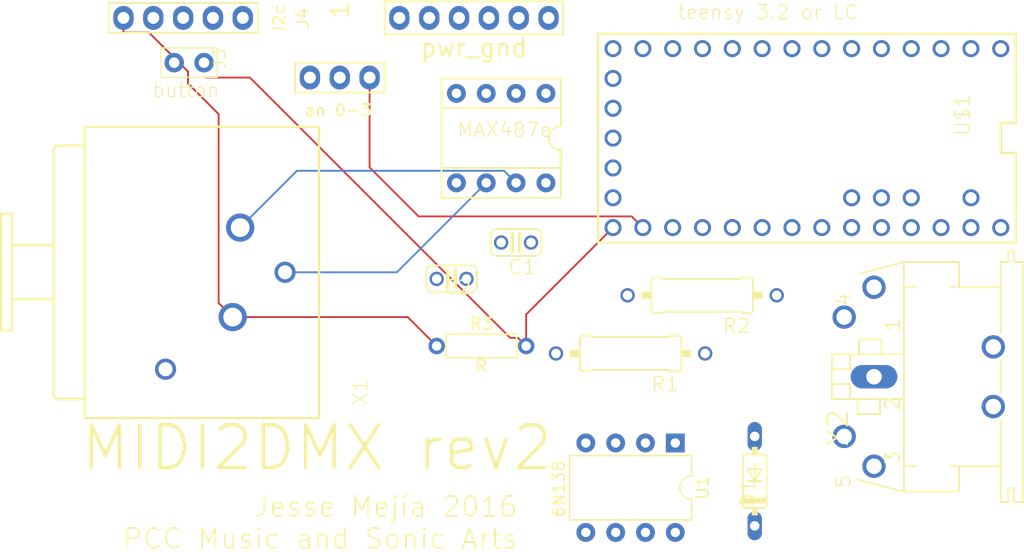
<source format=kicad_pcb>
(kicad_pcb (version 20171130) (host pcbnew "(5.1.5)-3")

  (general
    (thickness 1.6)
    (drawings 4)
    (tracks 27)
    (zones 0)
    (modules 15)
    (nets 50)
  )

  (page A4)
  (layers
    (0 Top signal)
    (31 Bottom signal)
    (36 B.SilkS user)
    (37 F.SilkS user)
    (38 B.Mask user)
    (39 F.Mask user)
    (40 Dwgs.User user)
    (44 Edge.Cuts user)
    (45 Margin user)
    (46 B.CrtYd user)
    (47 F.CrtYd user)
  )

  (setup
    (last_trace_width 0.1524)
    (trace_clearance 0.1524)
    (zone_clearance 0.508)
    (zone_45_only no)
    (trace_min 0.1524)
    (via_size 0.6858)
    (via_drill 0.3302)
    (via_min_size 0.508)
    (via_min_drill 0.254)
    (uvia_size 0.6858)
    (uvia_drill 0.254)
    (uvias_allowed no)
    (uvia_min_size 0.508)
    (uvia_min_drill 0.254)
    (edge_width 0.15)
    (segment_width 0.2)
    (pcb_text_width 0.3)
    (pcb_text_size 1.5 1.5)
    (mod_edge_width 0.15)
    (mod_text_size 1 1)
    (mod_text_width 0.15)
    (pad_size 1.524 1.524)
    (pad_drill 0.762)
    (pad_to_mask_clearance 0.0508)
    (solder_mask_min_width 0.101)
    (aux_axis_origin 0 0)
    (visible_elements 7FFFFFFF)
    (pcbplotparams
      (layerselection 0x010fc_ffffffff)
      (usegerberextensions false)
      (usegerberattributes false)
      (usegerberadvancedattributes false)
      (creategerberjobfile false)
      (excludeedgelayer true)
      (linewidth 0.100000)
      (plotframeref false)
      (viasonmask false)
      (mode 1)
      (useauxorigin false)
      (hpglpennumber 1)
      (hpglpenspeed 20)
      (hpglpendiameter 15.000000)
      (psnegative false)
      (psa4output false)
      (plotreference true)
      (plotvalue true)
      (plotinvisibletext false)
      (padsonsilk false)
      (subtractmaskfromsilk false)
      (outputformat 1)
      (mirror false)
      (drillshape 1)
      (scaleselection 1)
      (outputdirectory ""))
  )

  (net 0 "")
  (net 1 GND)
  (net 2 PE)
  (net 3 /N$6)
  (net 4 "Net-(U$1-PadA11)")
  (net 5 "Net-(U$1-PadA10)")
  (net 6 "Net-(U$1-PadAREF)")
  (net 7 "Net-(U$1-PadVUSB)")
  (net 8 "Net-(U$1-PadAGND)")
  (net 9 "Net-(U$1-Pad23/A9)")
  (net 10 "Net-(U$1-Pad22/A8)")
  (net 11 "Net-(U$1-Pad21/A7)")
  (net 12 "Net-(U$1-Pad20/A6)")
  (net 13 "Net-(U$1-Pad17/A3)")
  (net 14 "Net-(U$1-PadRESET/DAC)")
  (net 15 "Net-(U$1-PadPGM)")
  (net 16 "Net-(U$1-PadVBAT)")
  (net 17 "Net-(U$1-Pad11)")
  (net 18 "Net-(U$1-Pad10)")
  (net 19 "Net-(U$1-Pad8)")
  (net 20 "Net-(U$1-Pad7)")
  (net 21 "Net-(U$1-Pad6)")
  (net 22 "Net-(U$1-Pad5)")
  (net 23 "Net-(U$1-Pad4)")
  (net 24 "Net-(U$1-Pad3)")
  (net 25 "Net-(U$1-Pad2)")
  (net 26 "Net-(U$1-Pad0)")
  (net 27 "Net-(U$2-Pad1)")
  (net 28 "Net-(X1-PadG)")
  (net 29 "Net-(X2-Pad3)")
  (net 30 "Net-(X2-Pad1)")
  (net 31 "Net-(X2-Pad2)")
  (net 32 +5V)
  (net 33 "Net-(D1-PadA)")
  (net 34 "Net-(D1-PadC)")
  (net 35 +3V3)
  (net 36 "Net-(J2-Pad1)")
  (net 37 "Net-(J2-Pad2)")
  (net 38 "Net-(J2-Pad3)")
  (net 39 "Net-(J3-Pad1)")
  (net 40 sda)
  (net 41 scl)
  (net 42 rst)
  (net 43 "Net-(R2-Pad1)")
  (net 44 "Net-(U1-Pad4)")
  (net 45 "Net-(U1-Pad7)")
  (net 46 "Net-(U1-Pad1)")
  (net 47 "Net-(U$1-Pad1)")
  (net 48 "Net-(U$2-Pad7)")
  (net 49 "Net-(U$2-Pad6)")

  (net_class Default "This is the default net class."
    (clearance 0.1524)
    (trace_width 0.1524)
    (via_dia 0.6858)
    (via_drill 0.3302)
    (uvia_dia 0.6858)
    (uvia_drill 0.254)
    (add_net +3V3)
    (add_net +5V)
    (add_net /N$6)
    (add_net GND)
    (add_net "Net-(D1-PadA)")
    (add_net "Net-(D1-PadC)")
    (add_net "Net-(J2-Pad1)")
    (add_net "Net-(J2-Pad2)")
    (add_net "Net-(J2-Pad3)")
    (add_net "Net-(J3-Pad1)")
    (add_net "Net-(R2-Pad1)")
    (add_net "Net-(U$1-Pad0)")
    (add_net "Net-(U$1-Pad1)")
    (add_net "Net-(U$1-Pad10)")
    (add_net "Net-(U$1-Pad11)")
    (add_net "Net-(U$1-Pad17/A3)")
    (add_net "Net-(U$1-Pad2)")
    (add_net "Net-(U$1-Pad20/A6)")
    (add_net "Net-(U$1-Pad21/A7)")
    (add_net "Net-(U$1-Pad22/A8)")
    (add_net "Net-(U$1-Pad23/A9)")
    (add_net "Net-(U$1-Pad3)")
    (add_net "Net-(U$1-Pad4)")
    (add_net "Net-(U$1-Pad5)")
    (add_net "Net-(U$1-Pad6)")
    (add_net "Net-(U$1-Pad7)")
    (add_net "Net-(U$1-Pad8)")
    (add_net "Net-(U$1-PadA10)")
    (add_net "Net-(U$1-PadA11)")
    (add_net "Net-(U$1-PadAGND)")
    (add_net "Net-(U$1-PadAREF)")
    (add_net "Net-(U$1-PadPGM)")
    (add_net "Net-(U$1-PadRESET/DAC)")
    (add_net "Net-(U$1-PadVBAT)")
    (add_net "Net-(U$1-PadVUSB)")
    (add_net "Net-(U$2-Pad1)")
    (add_net "Net-(U$2-Pad6)")
    (add_net "Net-(U$2-Pad7)")
    (add_net "Net-(U1-Pad1)")
    (add_net "Net-(U1-Pad4)")
    (add_net "Net-(U1-Pad7)")
    (add_net "Net-(X1-PadG)")
    (add_net "Net-(X2-Pad1)")
    (add_net "Net-(X2-Pad2)")
    (add_net "Net-(X2-Pad3)")
    (add_net PE)
    (add_net rst)
    (add_net scl)
    (add_net sda)
  )

  (module C025-024X044 (layer Top) (tedit 0) (tstamp 5C87F014)
    (at 152.8114 99.1361 180)
    (descr "<b>CAPACITOR</b><p>\ngrid 2.5 mm, outline 2.4 x 4.4 mm")
    (path /5C87EE62)
    (fp_text reference C1 (at -1.778 -1.397) (layer F.SilkS)
      (effects (font (size 1.2065 1.2065) (thickness 0.12065)) (justify right top))
    )
    (fp_text value 0.1 (at -1.778 2.667) (layer F.Fab)
      (effects (font (size 1.2065 1.2065) (thickness 0.12065)) (justify right top))
    )
    (fp_line (start -1.27 0) (end -0.3048 0) (layer F.Fab) (width 0.1524))
    (fp_line (start 1.27 0) (end 0.3302 0) (layer F.Fab) (width 0.1524))
    (fp_line (start 0.3302 -0.762) (end 0.3302 0.762) (layer F.SilkS) (width 0.3048))
    (fp_line (start -0.3048 -0.762) (end -0.3048 0.762) (layer F.SilkS) (width 0.3048))
    (fp_arc (start 1.651 0.635) (end 1.651 1.143) (angle -90) (layer F.SilkS) (width 0.1524))
    (fp_arc (start 1.651 -0.635) (end 1.651 -1.143) (angle 90) (layer F.SilkS) (width 0.1524))
    (fp_line (start 1.651 1.143) (end -1.651 1.143) (layer F.SilkS) (width 0.1524))
    (fp_line (start 2.159 0.635) (end 2.159 -0.635) (layer F.SilkS) (width 0.1524))
    (fp_line (start 1.651 -1.143) (end -1.651 -1.143) (layer F.SilkS) (width 0.1524))
    (fp_arc (start -1.651 0.635) (end -2.159 0.635) (angle -90) (layer F.SilkS) (width 0.1524))
    (fp_arc (start -1.651 -0.635) (end -2.159 -0.635) (angle 90) (layer F.SilkS) (width 0.1524))
    (fp_line (start -2.159 0.635) (end -2.159 -0.635) (layer F.SilkS) (width 0.1524))
    (pad 2 thru_hole circle (at 1.27 0 180) (size 1.2192 1.2192) (drill 0.8128) (layers *.Cu *.Mask)
      (net 1 GND) (solder_mask_margin 0.0635))
    (pad 1 thru_hole circle (at -1.27 0 180) (size 1.2192 1.2192) (drill 0.8128) (layers *.Cu *.Mask)
      (net 32 +5V) (solder_mask_margin 0.0635))
  )

  (module C025-024X044 (layer Top) (tedit 0) (tstamp 5C87F025)
    (at 147.32 102.235 180)
    (descr "<b>CAPACITOR</b><p>\ngrid 2.5 mm, outline 2.4 x 4.4 mm")
    (path /5C87EF2A)
    (fp_text reference C2 (at -1.778 -1.397) (layer F.SilkS)
      (effects (font (size 1.2065 1.2065) (thickness 0.12065)) (justify right bottom))
    )
    (fp_text value 0.1 (at -1.778 2.667) (layer F.Fab)
      (effects (font (size 1.2065 1.2065) (thickness 0.12065)) (justify right bottom))
    )
    (fp_line (start -1.27 0) (end -0.3048 0) (layer F.Fab) (width 0.1524))
    (fp_line (start 1.27 0) (end 0.3302 0) (layer F.Fab) (width 0.1524))
    (fp_line (start 0.3302 -0.762) (end 0.3302 0.762) (layer F.SilkS) (width 0.3048))
    (fp_line (start -0.3048 -0.762) (end -0.3048 0.762) (layer F.SilkS) (width 0.3048))
    (fp_arc (start 1.651 0.635) (end 1.651 1.143) (angle -90) (layer F.SilkS) (width 0.1524))
    (fp_arc (start 1.651 -0.635) (end 1.651 -1.143) (angle 90) (layer F.SilkS) (width 0.1524))
    (fp_line (start 1.651 1.143) (end -1.651 1.143) (layer F.SilkS) (width 0.1524))
    (fp_line (start 2.159 0.635) (end 2.159 -0.635) (layer F.SilkS) (width 0.1524))
    (fp_line (start 1.651 -1.143) (end -1.651 -1.143) (layer F.SilkS) (width 0.1524))
    (fp_arc (start -1.651 0.635) (end -2.159 0.635) (angle -90) (layer F.SilkS) (width 0.1524))
    (fp_arc (start -1.651 -0.635) (end -2.159 -0.635) (angle 90) (layer F.SilkS) (width 0.1524))
    (fp_line (start -2.159 0.635) (end -2.159 -0.635) (layer F.SilkS) (width 0.1524))
    (pad 2 thru_hole circle (at 1.27 0 180) (size 1.2192 1.2192) (drill 0.8128) (layers *.Cu *.Mask)
      (net 1 GND) (solder_mask_margin 0.0635))
    (pad 1 thru_hole circle (at -1.27 0 180) (size 1.2192 1.2192) (drill 0.8128) (layers *.Cu *.Mask)
      (net 32 +5V) (solder_mask_margin 0.0635))
  )

  (module DO35-7 (layer Top) (tedit 0) (tstamp 5C87F036)
    (at 173.1314 119.4561 90)
    (descr "<B>DIODE</B><p>\ndiameter 2 mm, horizontal, grid 7.62 mm")
    (path /5C87EFF2)
    (fp_text reference D1 (at -2.286 -1.27 90) (layer F.SilkS)
      (effects (font (size 1.2065 1.2065) (thickness 0.12065)) (justify left top))
    )
    (fp_text value 1N4148DO35-7 (at -2.286 2.667 270) (layer F.Fab) hide
      (effects (font (size 1.2065 1.2065) (thickness 0.127)) (justify left top))
    )
    (fp_poly (pts (xy -2.921 0.254) (xy -2.286 0.254) (xy -2.286 -0.254) (xy -2.921 -0.254)) (layer F.SilkS) (width 0))
    (fp_poly (pts (xy 2.286 0.254) (xy 2.921 0.254) (xy 2.921 -0.254) (xy 2.286 -0.254)) (layer F.SilkS) (width 0))
    (fp_poly (pts (xy -1.905 1.016) (xy -1.397 1.016) (xy -1.397 -1.016) (xy -1.905 -1.016)) (layer F.SilkS) (width 0))
    (fp_line (start -2.032 -1.016) (end 2.032 -1.016) (layer F.SilkS) (width 0.1524))
    (fp_line (start -2.286 -0.762) (end -2.286 0.762) (layer F.SilkS) (width 0.1524))
    (fp_line (start -2.032 1.016) (end 2.032 1.016) (layer F.SilkS) (width 0.1524))
    (fp_arc (start -2.032 0.762) (end -2.286 0.762) (angle -90) (layer F.SilkS) (width 0.1524))
    (fp_arc (start -2.032 -0.762) (end -2.286 -0.762) (angle 90) (layer F.SilkS) (width 0.1524))
    (fp_arc (start 2.032 0.762) (end 2.032 1.016) (angle -90) (layer F.SilkS) (width 0.1524))
    (fp_line (start 2.286 -0.762) (end 2.286 0.762) (layer F.SilkS) (width 0.1524))
    (fp_arc (start 2.032 -0.762) (end 2.032 -1.016) (angle 90) (layer F.SilkS) (width 0.1524))
    (fp_line (start 0 0) (end 0 0.635) (layer F.SilkS) (width 0.1524))
    (fp_line (start 0 -0.635) (end 0 0) (layer F.SilkS) (width 0.1524))
    (fp_line (start 0 0) (end 1.016 -0.635) (layer F.SilkS) (width 0.1524))
    (fp_line (start 0 0) (end 1.524 0) (layer F.SilkS) (width 0.1524))
    (fp_line (start 1.016 0.635) (end 0 0) (layer F.SilkS) (width 0.1524))
    (fp_line (start 1.016 -0.635) (end 1.016 0.635) (layer F.SilkS) (width 0.1524))
    (fp_line (start -0.635 0) (end 0 0) (layer F.SilkS) (width 0.1524))
    (fp_line (start -3.81 0) (end -2.921 0) (layer F.Fab) (width 0.508))
    (fp_line (start 3.81 0) (end 2.921 0) (layer F.Fab) (width 0.508))
    (pad A thru_hole oval (at 3.81 0 90) (size 2.4384 1.2192) (drill 0.8128) (layers *.Cu *.Mask)
      (net 33 "Net-(D1-PadA)") (solder_mask_margin 0.0635))
    (pad C thru_hole oval (at -3.81 0 90) (size 2.4384 1.2192) (drill 0.8128) (layers *.Cu *.Mask)
      (net 34 "Net-(D1-PadC)") (solder_mask_margin 0.0635))
  )

  (module 0309_12 (layer Top) (tedit 0) (tstamp 5C87F05E)
    (at 162.56 108.585 180)
    (descr "<b>RESISTOR</b><p>\ntype 0309, grid 12.5 mm")
    (path /5C87F5CE)
    (fp_text reference R1 (at -4.191 -1.905) (layer F.SilkS)
      (effects (font (size 1.2065 1.2065) (thickness 0.12065)) (justify right top))
    )
    (fp_text value 220 (at -1.4936 0.6858) (layer F.Fab)
      (effects (font (size 1.2065 1.2065) (thickness 0.12065)) (justify right top))
    )
    (fp_poly (pts (xy -5.1816 0.3048) (xy -4.318 0.3048) (xy -4.318 -0.3048) (xy -5.1816 -0.3048)) (layer F.SilkS) (width 0))
    (fp_poly (pts (xy 4.318 0.3048) (xy 5.1816 0.3048) (xy 5.1816 -0.3048) (xy 4.318 -0.3048)) (layer F.SilkS) (width 0))
    (fp_line (start 4.318 1.27) (end 4.318 -1.27) (layer F.SilkS) (width 0.1524))
    (fp_line (start 4.064 1.524) (end 3.429 1.524) (layer F.SilkS) (width 0.1524))
    (fp_line (start 4.064 -1.524) (end 3.429 -1.524) (layer F.SilkS) (width 0.1524))
    (fp_line (start 3.302 1.397) (end -3.302 1.397) (layer F.SilkS) (width 0.1524))
    (fp_line (start 3.302 1.397) (end 3.429 1.524) (layer F.SilkS) (width 0.1524))
    (fp_line (start 3.302 -1.397) (end -3.302 -1.397) (layer F.SilkS) (width 0.1524))
    (fp_line (start 3.302 -1.397) (end 3.429 -1.524) (layer F.SilkS) (width 0.1524))
    (fp_line (start -3.302 1.397) (end -3.429 1.524) (layer F.SilkS) (width 0.1524))
    (fp_line (start -4.064 1.524) (end -3.429 1.524) (layer F.SilkS) (width 0.1524))
    (fp_line (start -3.302 -1.397) (end -3.429 -1.524) (layer F.SilkS) (width 0.1524))
    (fp_line (start -4.064 -1.524) (end -3.429 -1.524) (layer F.SilkS) (width 0.1524))
    (fp_line (start -4.318 1.27) (end -4.318 -1.27) (layer F.SilkS) (width 0.1524))
    (fp_arc (start 4.064 -1.27) (end 4.064 -1.524) (angle 90) (layer F.SilkS) (width 0.1524))
    (fp_arc (start 4.064 1.27) (end 4.064 1.524) (angle -90) (layer F.SilkS) (width 0.1524))
    (fp_arc (start -4.064 1.27) (end -4.318 1.27) (angle -90) (layer F.SilkS) (width 0.1524))
    (fp_arc (start -4.064 -1.27) (end -4.318 -1.27) (angle 90) (layer F.SilkS) (width 0.1524))
    (fp_line (start -6.35 0) (end -5.08 0) (layer F.Fab) (width 0.6096))
    (fp_line (start 6.35 0) (end 5.08 0) (layer F.Fab) (width 0.6096))
    (pad 2 thru_hole circle (at 6.35 0 180) (size 1.2192 1.2192) (drill 0.8128) (layers *.Cu *.Mask)
      (net 34 "Net-(D1-PadC)") (solder_mask_margin 0.0635))
    (pad 1 thru_hole circle (at -6.35 0 180) (size 1.2192 1.2192) (drill 0.8128) (layers *.Cu *.Mask)
      (net 3 /N$6) (solder_mask_margin 0.0635))
  )

  (module 0309_12 (layer Top) (tedit 0) (tstamp 5C87F077)
    (at 168.656 103.632 180)
    (descr "<b>RESISTOR</b><p>\ntype 0309, grid 12.5 mm")
    (path /5C87F696)
    (fp_text reference R2 (at -4.191 -1.905) (layer F.SilkS)
      (effects (font (size 1.2065 1.2065) (thickness 0.12065)) (justify right top))
    )
    (fp_text value 270 (at -3.175 0.6858) (layer F.Fab)
      (effects (font (size 1.2065 1.2065) (thickness 0.12065)) (justify right top))
    )
    (fp_poly (pts (xy -5.1816 0.3048) (xy -4.318 0.3048) (xy -4.318 -0.3048) (xy -5.1816 -0.3048)) (layer F.SilkS) (width 0))
    (fp_poly (pts (xy 4.318 0.3048) (xy 5.1816 0.3048) (xy 5.1816 -0.3048) (xy 4.318 -0.3048)) (layer F.SilkS) (width 0))
    (fp_line (start 4.318 1.27) (end 4.318 -1.27) (layer F.SilkS) (width 0.1524))
    (fp_line (start 4.064 1.524) (end 3.429 1.524) (layer F.SilkS) (width 0.1524))
    (fp_line (start 4.064 -1.524) (end 3.429 -1.524) (layer F.SilkS) (width 0.1524))
    (fp_line (start 3.302 1.397) (end -3.302 1.397) (layer F.SilkS) (width 0.1524))
    (fp_line (start 3.302 1.397) (end 3.429 1.524) (layer F.SilkS) (width 0.1524))
    (fp_line (start 3.302 -1.397) (end -3.302 -1.397) (layer F.SilkS) (width 0.1524))
    (fp_line (start 3.302 -1.397) (end 3.429 -1.524) (layer F.SilkS) (width 0.1524))
    (fp_line (start -3.302 1.397) (end -3.429 1.524) (layer F.SilkS) (width 0.1524))
    (fp_line (start -4.064 1.524) (end -3.429 1.524) (layer F.SilkS) (width 0.1524))
    (fp_line (start -3.302 -1.397) (end -3.429 -1.524) (layer F.SilkS) (width 0.1524))
    (fp_line (start -4.064 -1.524) (end -3.429 -1.524) (layer F.SilkS) (width 0.1524))
    (fp_line (start -4.318 1.27) (end -4.318 -1.27) (layer F.SilkS) (width 0.1524))
    (fp_arc (start 4.064 -1.27) (end 4.064 -1.524) (angle 90) (layer F.SilkS) (width 0.1524))
    (fp_arc (start 4.064 1.27) (end 4.064 1.524) (angle -90) (layer F.SilkS) (width 0.1524))
    (fp_arc (start -4.064 1.27) (end -4.318 1.27) (angle -90) (layer F.SilkS) (width 0.1524))
    (fp_arc (start -4.064 -1.27) (end -4.318 -1.27) (angle 90) (layer F.SilkS) (width 0.1524))
    (fp_line (start -6.35 0) (end -5.08 0) (layer F.Fab) (width 0.6096))
    (fp_line (start 6.35 0) (end 5.08 0) (layer F.Fab) (width 0.6096))
    (pad 2 thru_hole circle (at 6.35 0 180) (size 1.2192 1.2192) (drill 0.8128) (layers *.Cu *.Mask)
      (net 35 +3V3) (solder_mask_margin 0.0635))
    (pad 1 thru_hole circle (at -6.35 0 180) (size 1.2192 1.2192) (drill 0.8128) (layers *.Cu *.Mask)
      (net 43 "Net-(R2-Pad1)") (solder_mask_margin 0.0635))
  )

  (module TEENSY_3.0-3.2&LC_ALL_PINS (layer Top) (tedit 0) (tstamp 5C87F090)
    (at 177.5764 90.2461 270)
    (path /5C87F75E)
    (fp_text reference U$1 (at -3.81 -13.97 90) (layer F.SilkS)
      (effects (font (size 1.2065 1.2065) (thickness 0.09652)) (justify right bottom))
    )
    (fp_text value TEENSY_3.1-3.2_ALL_PINS (at 11.3539 19.4614) (layer F.Fab) hide
      (effects (font (size 1.2065 1.2065) (thickness 0.1016)) (justify left bottom))
    )
    (fp_line (start -1.27 -17.78) (end -1.27 -16.51) (layer F.SilkS) (width 0.2032))
    (fp_line (start -8.89 -17.78) (end -1.27 -17.78) (layer F.SilkS) (width 0.2032))
    (fp_line (start -8.89 17.78) (end -8.89 -17.78) (layer F.SilkS) (width 0.2032))
    (fp_line (start 8.89 17.78) (end -8.89 17.78) (layer F.SilkS) (width 0.2032))
    (fp_line (start 8.89 -17.78) (end 8.89 17.78) (layer F.SilkS) (width 0.2032))
    (fp_line (start 1.27 -17.78) (end 8.89 -17.78) (layer F.SilkS) (width 0.2032))
    (fp_line (start 1.27 -16.51) (end 1.27 -17.78) (layer F.SilkS) (width 0.2032))
    (fp_line (start -1.27 -16.51) (end 1.27 -16.51) (layer F.SilkS) (width 0.2032))
    (fp_line (start -8.89 17.78) (end -8.89 -17.78) (layer F.Fab) (width 0.127))
    (fp_line (start 8.89 17.78) (end -8.89 17.78) (layer F.Fab) (width 0.127))
    (fp_line (start 8.89 -17.78) (end 8.89 17.78) (layer F.Fab) (width 0.127))
    (fp_line (start -8.89 -17.78) (end 8.89 -17.78) (layer F.Fab) (width 0.127))
    (pad A11 thru_hole circle (at 5.08 -3.81 270) (size 1.4478 1.4478) (drill 0.9652) (layers *.Cu *.Mask)
      (net 4 "Net-(U$1-PadA11)") (solder_mask_margin 0.0635))
    (pad A10 thru_hole circle (at 5.08 -6.35 270) (size 1.4478 1.4478) (drill 0.9652) (layers *.Cu *.Mask)
      (net 5 "Net-(U$1-PadA10)") (solder_mask_margin 0.0635))
    (pad AREF thru_hole circle (at 5.08 -8.89 270) (size 1.4478 1.4478) (drill 0.9652) (layers *.Cu *.Mask)
      (net 6 "Net-(U$1-PadAREF)") (solder_mask_margin 0.0635))
    (pad VUSB thru_hole circle (at 5.08 -13.97 270) (size 1.4478 1.4478) (drill 0.9652) (layers *.Cu *.Mask)
      (net 7 "Net-(U$1-PadVUSB)") (solder_mask_margin 0.0635))
    (pad VIN thru_hole circle (at 7.62 -16.51 270) (size 1.4478 1.4478) (drill 0.9652) (layers *.Cu *.Mask)
      (net 32 +5V) (solder_mask_margin 0.0635))
    (pad AGND thru_hole circle (at 7.62 -13.97 270) (size 1.4478 1.4478) (drill 0.9652) (layers *.Cu *.Mask)
      (net 8 "Net-(U$1-PadAGND)") (solder_mask_margin 0.0635))
    (pad 3.3V thru_hole circle (at 7.62 -11.43 270) (size 1.4478 1.4478) (drill 0.9652) (layers *.Cu *.Mask)
      (net 35 +3V3) (solder_mask_margin 0.0635))
    (pad 23/A9 thru_hole circle (at 7.62 -8.89 270) (size 1.4478 1.4478) (drill 0.9652) (layers *.Cu *.Mask)
      (net 9 "Net-(U$1-Pad23/A9)") (solder_mask_margin 0.0635))
    (pad 22/A8 thru_hole circle (at 7.62 -6.35 270) (size 1.4478 1.4478) (drill 0.9652) (layers *.Cu *.Mask)
      (net 10 "Net-(U$1-Pad22/A8)") (solder_mask_margin 0.0635))
    (pad 21/A7 thru_hole circle (at 7.62 -3.81 270) (size 1.4478 1.4478) (drill 0.9652) (layers *.Cu *.Mask)
      (net 11 "Net-(U$1-Pad21/A7)") (solder_mask_margin 0.0635))
    (pad 20/A6 thru_hole circle (at 7.62 -1.27 270) (size 1.4478 1.4478) (drill 0.9652) (layers *.Cu *.Mask)
      (net 12 "Net-(U$1-Pad20/A6)") (solder_mask_margin 0.0635))
    (pad 19/A5 thru_hole circle (at 7.62 1.27 270) (size 1.4478 1.4478) (drill 0.9652) (layers *.Cu *.Mask)
      (net 41 scl) (solder_mask_margin 0.0635))
    (pad 18/A4 thru_hole circle (at 7.62 3.81 270) (size 1.4478 1.4478) (drill 0.9652) (layers *.Cu *.Mask)
      (net 40 sda) (solder_mask_margin 0.0635))
    (pad 17/A3 thru_hole circle (at 7.62 6.35 270) (size 1.4478 1.4478) (drill 0.9652) (layers *.Cu *.Mask)
      (net 13 "Net-(U$1-Pad17/A3)") (solder_mask_margin 0.0635))
    (pad 16/A2 thru_hole circle (at 7.62 8.89 270) (size 1.4478 1.4478) (drill 0.9652) (layers *.Cu *.Mask)
      (net 38 "Net-(J2-Pad3)") (solder_mask_margin 0.0635))
    (pad 15/A1 thru_hole circle (at 7.62 11.43 270) (size 1.4478 1.4478) (drill 0.9652) (layers *.Cu *.Mask)
      (net 37 "Net-(J2-Pad2)") (solder_mask_margin 0.0635))
    (pad 14/A0 thru_hole circle (at 7.62 13.97 270) (size 1.4478 1.4478) (drill 0.9652) (layers *.Cu *.Mask)
      (net 36 "Net-(J2-Pad1)") (solder_mask_margin 0.0635))
    (pad 13 thru_hole circle (at 7.62 16.51 270) (size 1.4478 1.4478) (drill 0.9652) (layers *.Cu *.Mask)
      (net 39 "Net-(J3-Pad1)") (solder_mask_margin 0.0635))
    (pad RESET/DAC thru_hole circle (at 5.08 16.51 270) (size 1.4478 1.4478) (drill 0.9652) (layers *.Cu *.Mask)
      (net 14 "Net-(U$1-PadRESET/DAC)") (solder_mask_margin 0.0635))
    (pad PGM thru_hole circle (at 2.54 16.51 270) (size 1.4478 1.4478) (drill 0.9652) (layers *.Cu *.Mask)
      (net 15 "Net-(U$1-PadPGM)") (solder_mask_margin 0.0635))
    (pad GND1 thru_hole circle (at 0 16.51 270) (size 1.4478 1.4478) (drill 0.9652) (layers *.Cu *.Mask)
      (net 1 GND) (solder_mask_margin 0.0635))
    (pad 3.3V1 thru_hole circle (at -2.54 16.51 270) (size 1.4478 1.4478) (drill 0.9652) (layers *.Cu *.Mask)
      (net 35 +3V3) (solder_mask_margin 0.0635))
    (pad VBAT thru_hole circle (at -5.08 16.51 270) (size 1.4478 1.4478) (drill 0.9652) (layers *.Cu *.Mask)
      (net 16 "Net-(U$1-PadVBAT)") (solder_mask_margin 0.0635))
    (pad 12 thru_hole circle (at -7.62 16.51 270) (size 1.4478 1.4478) (drill 0.9652) (layers *.Cu *.Mask)
      (net 42 rst) (solder_mask_margin 0.0635))
    (pad 11 thru_hole circle (at -7.62 13.97 270) (size 1.4478 1.4478) (drill 0.9652) (layers *.Cu *.Mask)
      (net 17 "Net-(U$1-Pad11)") (solder_mask_margin 0.0635))
    (pad 10 thru_hole circle (at -7.62 11.43 270) (size 1.4478 1.4478) (drill 0.9652) (layers *.Cu *.Mask)
      (net 18 "Net-(U$1-Pad10)") (solder_mask_margin 0.0635))
    (pad 9 thru_hole circle (at -7.62 8.89 270) (size 1.4478 1.4478) (drill 0.9652) (layers *.Cu *.Mask)
      (net 43 "Net-(R2-Pad1)") (solder_mask_margin 0.0635))
    (pad 8 thru_hole circle (at -7.62 6.35 270) (size 1.4478 1.4478) (drill 0.9652) (layers *.Cu *.Mask)
      (net 19 "Net-(U$1-Pad8)") (solder_mask_margin 0.0635))
    (pad 7 thru_hole circle (at -7.62 3.81 270) (size 1.4478 1.4478) (drill 0.9652) (layers *.Cu *.Mask)
      (net 20 "Net-(U$1-Pad7)") (solder_mask_margin 0.0635))
    (pad 6 thru_hole circle (at -7.62 1.27 270) (size 1.4478 1.4478) (drill 0.9652) (layers *.Cu *.Mask)
      (net 21 "Net-(U$1-Pad6)") (solder_mask_margin 0.0635))
    (pad 5 thru_hole circle (at -7.62 -1.27 270) (size 1.4478 1.4478) (drill 0.9652) (layers *.Cu *.Mask)
      (net 22 "Net-(U$1-Pad5)") (solder_mask_margin 0.0635))
    (pad 4 thru_hole circle (at -7.62 -3.81 270) (size 1.4478 1.4478) (drill 0.9652) (layers *.Cu *.Mask)
      (net 23 "Net-(U$1-Pad4)") (solder_mask_margin 0.0635))
    (pad 3 thru_hole circle (at -7.62 -6.35 270) (size 1.4478 1.4478) (drill 0.9652) (layers *.Cu *.Mask)
      (net 24 "Net-(U$1-Pad3)") (solder_mask_margin 0.0635))
    (pad 2 thru_hole circle (at -7.62 -8.89 270) (size 1.4478 1.4478) (drill 0.9652) (layers *.Cu *.Mask)
      (net 25 "Net-(U$1-Pad2)") (solder_mask_margin 0.0635))
    (pad 1 thru_hole circle (at -7.62 -11.43 270) (size 1.4478 1.4478) (drill 0.9652) (layers *.Cu *.Mask)
      (net 47 "Net-(U$1-Pad1)") (solder_mask_margin 0.0635))
    (pad 0 thru_hole circle (at -7.62 -13.97 270) (size 1.4478 1.4478) (drill 0.9652) (layers *.Cu *.Mask)
      (net 26 "Net-(U$1-Pad0)") (solder_mask_margin 0.0635))
    (pad GND thru_hole circle (at -7.62 -16.51 270) (size 1.4478 1.4478) (drill 0.9652) (layers *.Cu *.Mask)
      (net 1 GND) (solder_mask_margin 0.0635))
  )

  (module DIL08 (layer Top) (tedit 0) (tstamp 5C87F0C4)
    (at 151.5414 90.2461 180)
    (descr "<b>Dual In Line</b>")
    (path /5C87F826)
    (fp_text reference U$2 (at -5.715 3.81 90) (layer F.SilkS) hide
      (effects (font (size 1.2065 1.2065) (thickness 0.127)) (justify right bottom))
    )
    (fp_text value MAX485DIL (at 6.1264 -4.3689 90) (layer F.Fab) hide
      (effects (font (size 1.2065 1.2065) (thickness 0.127)) (justify left top))
    )
    (fp_line (start 5.08 2.54) (end 5.08 5.08) (layer F.SilkS) (width 0.1524))
    (fp_line (start -5.08 2.54) (end -5.08 1.016) (layer F.SilkS) (width 0.1524))
    (fp_line (start -5.08 2.54) (end 5.08 2.54) (layer F.SilkS) (width 0.1524))
    (fp_line (start 5.08 -2.54) (end 5.08 2.54) (layer F.SilkS) (width 0.1524))
    (fp_line (start -5.08 -2.54) (end -5.08 -1.016) (layer F.SilkS) (width 0.2032))
    (fp_line (start -5.08 -2.54) (end 5.08 -2.54) (layer F.SilkS) (width 0.1524))
    (fp_arc (start -5.08 0) (end -5.08 1.016) (angle -180) (layer F.SilkS) (width 0.1524))
    (fp_line (start -5.08 5.08) (end -5.08 2.54) (layer F.SilkS) (width 0.1524))
    (fp_line (start -5.08 -5.08) (end -5.08 -2.54) (layer F.SilkS) (width 0.1524))
    (fp_line (start 5.08 -5.08) (end 5.08 -2.54) (layer F.SilkS) (width 0.1524))
    (fp_line (start -5.08 5.08) (end 5.08 5.08) (layer F.SilkS) (width 0.1524))
    (fp_line (start 5.08 -5.08) (end -5.08 -5.08) (layer F.SilkS) (width 0.1524))
    (pad 8 thru_hole circle (at -3.81 -3.81 180) (size 1.6002 1.6002) (drill 0.8128) (layers *.Cu *.Mask)
      (net 32 +5V) (solder_mask_margin 0.0635))
    (pad 7 thru_hole circle (at -1.27 -3.81 180) (size 1.6002 1.6002) (drill 0.8128) (layers *.Cu *.Mask)
      (net 48 "Net-(U$2-Pad7)") (solder_mask_margin 0.0635))
    (pad 6 thru_hole circle (at 1.27 -3.81 180) (size 1.6002 1.6002) (drill 0.8128) (layers *.Cu *.Mask)
      (net 49 "Net-(U$2-Pad6)") (solder_mask_margin 0.0635))
    (pad 5 thru_hole circle (at 3.81 -3.81 180) (size 1.6002 1.6002) (drill 0.8128) (layers *.Cu *.Mask)
      (net 1 GND) (solder_mask_margin 0.0635))
    (pad 4 thru_hole circle (at 3.81 3.81 180) (size 1.6002 1.6002) (drill 0.8128) (layers *.Cu *.Mask)
      (net 47 "Net-(U$1-Pad1)") (solder_mask_margin 0.0635))
    (pad 3 thru_hole circle (at 1.27 3.81 180) (size 1.6002 1.6002) (drill 0.8128) (layers *.Cu *.Mask)
      (net 32 +5V) (solder_mask_margin 0.0635))
    (pad 2 thru_hole circle (at -1.27 3.81 180) (size 1.6002 1.6002) (drill 0.8128) (layers *.Cu *.Mask)
      (net 32 +5V) (solder_mask_margin 0.0635))
    (pad 1 thru_hole circle (at -3.81 3.81 180) (size 1.6002 1.6002) (drill 0.8128) (layers *.Cu *.Mask)
      (net 27 "Net-(U$2-Pad1)") (solder_mask_margin 0.0635))
  )

  (module NC3FBH2 (layer Top) (tedit 0) (tstamp 5C87F0DB)
    (at 129.3164 101.6761 90)
    (descr "<b>Neutrik Audio Connector</b><p>\nSource: www.neutrik.com/... 210_301911.pdf")
    (path /5C87FC0E)
    (fp_text reference X1 (at -11.43 9.52 90) (layer F.SilkS)
      (effects (font (size 1.2065 1.2065) (thickness 0.09652)) (justify left top))
    )
    (fp_text value NC3FBH2 (at -1.27 9.52 90) (layer F.Fab)
      (effects (font (size 1.2065 1.2065) (thickness 0.09652)) (justify left top))
    )
    (fp_line (start -2.3 -19.45) (end 2.25 -19.45) (layer F.SilkS) (width 0.2032))
    (fp_line (start 2.3 -19.45) (end 2.3 -16) (layer F.SilkS) (width 0.2032))
    (fp_line (start 5 -19.45) (end 2.3 -19.45) (layer F.SilkS) (width 0.2032))
    (fp_line (start 5 -20.35) (end 5 -19.45) (layer F.SilkS) (width 0.2032))
    (fp_line (start -4.95 -20.35) (end 5 -20.35) (layer F.SilkS) (width 0.2032))
    (fp_line (start -4.95 -19.45) (end -4.95 -20.35) (layer F.SilkS) (width 0.2032))
    (fp_line (start -2.3 -19.45) (end -4.95 -19.45) (layer F.SilkS) (width 0.2032))
    (fp_line (start -2.3 -16) (end -2.3 -19.45) (layer F.SilkS) (width 0.2032))
    (fp_line (start 10.8 -15.4885) (end 10.8 -13.3385) (layer F.SilkS) (width 0.2032))
    (fp_arc (start 10.4 -15.4885) (end 10.4 -15.8885) (angle 90) (layer F.SilkS) (width 0.2032))
    (fp_line (start -10.4 -15.8885) (end 10.4 -15.8885) (layer F.SilkS) (width 0.2032))
    (fp_arc (start -10.4 -15.4885) (end -10.8 -15.4885) (angle 90) (layer F.SilkS) (width 0.2032))
    (fp_line (start -10.8 -13.3385) (end -10.8 -15.4885) (layer F.SilkS) (width 0.2032))
    (fp_line (start 12.4 6.7115) (end -12.4 6.7115) (layer F.SilkS) (width 0.2032))
    (fp_line (start 12.4 -13.2385) (end 12.4 6.7115) (layer F.SilkS) (width 0.2032))
    (fp_line (start -12.4 -13.2385) (end 12.4 -13.2385) (layer F.SilkS) (width 0.2032))
    (fp_line (start -12.4 6.7115) (end -12.4 -13.2385) (layer F.SilkS) (width 0.2032))
    (pad "" np_thru_hole circle (at 3.81 -4.445 90) (size 1.6 1.6) (drill 1.6) (layers *.Cu *.Mask))
    (pad "" np_thru_hole circle (at -3.81 -9.525 90) (size 1.6 1.6) (drill 1.6) (layers *.Cu *.Mask))
    (pad G thru_hole circle (at -8.25 -6.355 90) (size 1.8 1.8) (drill 1.2) (layers *.Cu *.Mask)
      (net 28 "Net-(X1-PadG)") (solder_mask_margin 0.0635))
    (pad 3 thru_hole circle (at 0.0036 3.8216 90) (size 1.8 1.8) (drill 1.2) (layers *.Cu *.Mask)
      (net 49 "Net-(U$2-Pad6)") (solder_mask_margin 0.0635))
    (pad 2 thru_hole circle (at 3.81 0 90) (size 2.4 2.4) (drill 1.6) (layers *.Cu *.Mask)
      (net 48 "Net-(U$2-Pad7)") (solder_mask_margin 0.0635))
    (pad 1 thru_hole circle (at -3.81 -0.635 90) (size 2.4 2.4) (drill 1.6) (layers *.Cu *.Mask)
      (net 1 GND) (solder_mask_margin 0.0635))
  )

  (module MAB5SH (layer Top) (tedit 0) (tstamp 5C87F0F5)
    (at 188.3714 110.5661 90)
    (descr "Female <b>CONNECTOR</b><p>\n5 pins 90 deg. with shield, horizontal (DIN 41524)")
    (path /5C87FCD6)
    (fp_text reference X2 (at -6.096 -9.144 90) (layer F.SilkS)
      (effects (font (size 1.6891 1.6891) (thickness 0.16891)) (justify left top))
    )
    (fp_text value MAB5SH (at -5.08 0 90) (layer F.Fab)
      (effects (font (size 1.6891 1.6891) (thickness 0.16891)) (justify left top))
    )
    (fp_poly (pts (xy -8.001 -4.572) (xy -3.175 -4.572) (xy -3.175 -5.588) (xy -8.001 -5.588)) (layer F.Fab) (width 0))
    (fp_poly (pts (xy -5.461 -7.112) (xy -0.635 -7.112) (xy -0.635 -8.128) (xy -5.461 -8.128)) (layer F.Fab) (width 0))
    (fp_poly (pts (xy 0.635 -7.112) (xy 5.461 -7.112) (xy 5.461 -8.128) (xy 0.635 -8.128)) (layer F.Fab) (width 0))
    (fp_poly (pts (xy 3.175 -4.572) (xy 8.001 -4.572) (xy 8.001 -5.588) (xy 3.175 -5.588)) (layer F.Fab) (width 0))
    (fp_text user 1 (at 5.08 -2.794 270) (layer F.SilkS)
      (effects (font (size 1.2065 1.2065) (thickness 0.127)) (justify right bottom))
    )
    (fp_text user 3 (at -6.223 -2.794 270) (layer F.SilkS)
      (effects (font (size 1.2065 1.2065) (thickness 0.127)) (justify right bottom))
    )
    (fp_text user 5 (at -8.255 -6.985 270) (layer F.SilkS)
      (effects (font (size 1.2065 1.2065) (thickness 0.127)) (justify right bottom))
    )
    (fp_text user 4 (at 7.239 -6.985 270) (layer F.SilkS)
      (effects (font (size 1.2065 1.2065) (thickness 0.127)) (justify right bottom))
    )
    (fp_text user 2 (at -1.651 -2.794 270) (layer F.SilkS)
      (effects (font (size 1.2065 1.2065) (thickness 0.127)) (justify right bottom))
    )
    (fp_line (start 3.683 5.715) (end 7.62 5.715) (layer F.SilkS) (width 0.1524))
    (fp_line (start 3.683 5.715) (end 1.397 5.715) (layer F.Fab) (width 0.1524))
    (fp_line (start -1.397 5.715) (end 1.397 5.715) (layer F.SilkS) (width 0.1524))
    (fp_line (start -1.397 5.715) (end -3.683 5.715) (layer F.Fab) (width 0.1524))
    (fp_line (start -7.493 5.715) (end -3.683 5.715) (layer F.SilkS) (width 0.1524))
    (fp_line (start 0.635 -8.636) (end -0.635 -8.636) (layer F.SilkS) (width 0.1524))
    (fp_line (start 0.635 -8.636) (end 0.635 -7.112) (layer F.SilkS) (width 0.1524))
    (fp_line (start 1.905 -7.112) (end 1.905 -6.35) (layer F.SilkS) (width 0.1524))
    (fp_line (start 1.905 -7.112) (end 0.635 -7.112) (layer F.SilkS) (width 0.1524))
    (fp_line (start -0.635 -8.636) (end -1.905 -8.636) (layer F.SilkS) (width 0.1524))
    (fp_line (start -0.635 -8.636) (end -0.635 -7.112) (layer F.SilkS) (width 0.1524))
    (fp_line (start -1.905 -7.112) (end -1.905 -6.477) (layer F.SilkS) (width 0.1524))
    (fp_line (start -1.905 -7.112) (end -0.635 -7.112) (layer F.SilkS) (width 0.1524))
    (fp_line (start 3.175 -6.35) (end 1.905 -6.35) (layer F.SilkS) (width 0.1524))
    (fp_line (start 3.175 -6.35) (end 3.175 -4.445) (layer F.SilkS) (width 0.1524))
    (fp_line (start 1.905 -4.445) (end 1.905 -2.54) (layer F.SilkS) (width 0.1524))
    (fp_line (start 1.905 -4.445) (end 3.175 -4.445) (layer F.SilkS) (width 0.1524))
    (fp_line (start -1.905 -4.572) (end -1.905 -2.54) (layer F.SilkS) (width 0.1524))
    (fp_line (start -1.905 -4.572) (end -3.175 -4.572) (layer F.SilkS) (width 0.1524))
    (fp_line (start -3.175 -6.477) (end -6.35 -6.477) (layer F.Fab) (width 0.1524))
    (fp_line (start -3.175 -6.477) (end -3.175 -4.572) (layer F.SilkS) (width 0.1524))
    (fp_line (start -7.62 -1.397) (end -7.62 1.397) (layer F.Fab) (width 0.1524))
    (fp_line (start -7.62 -2.54) (end -7.62 -1.397) (layer F.SilkS) (width 0.1524))
    (fp_line (start -7.62 2.159) (end -7.62 1.397) (layer F.SilkS) (width 0.1524))
    (fp_line (start 7.62 -1.397) (end 7.62 1.397) (layer F.Fab) (width 0.1524))
    (fp_line (start 7.62 -2.54) (end 7.62 -1.397) (layer F.SilkS) (width 0.1524))
    (fp_line (start 7.62 2.159) (end 7.62 1.397) (layer F.SilkS) (width 0.1524))
    (fp_line (start -8.763 -6.477) (end -7.112 -6.477) (layer F.Fab) (width 0.1524))
    (fp_line (start -7.112 -6.477) (end -6.223 -8.636) (layer F.Fab) (width 0.1524))
    (fp_line (start -8.763 -6.477) (end -9.779 -2.54) (layer F.SilkS) (width 0.1524))
    (fp_line (start -9.779 2.159) (end -9.779 -2.54) (layer F.SilkS) (width 0.1524))
    (fp_line (start -9.779 2.159) (end -7.62 2.159) (layer F.SilkS) (width 0.1524))
    (fp_line (start -7.62 5.715) (end -7.62 2.159) (layer F.SilkS) (width 0.1524))
    (fp_line (start -7.62 5.715) (end -10.668 5.715) (layer F.SilkS) (width 0.1524))
    (fp_line (start -10.668 6.35) (end -10.668 5.715) (layer F.SilkS) (width 0.1524))
    (fp_line (start -10.668 6.35) (end -9.525 6.35) (layer F.SilkS) (width 0.1524))
    (fp_line (start -9.525 6.858) (end -9.525 6.35) (layer F.SilkS) (width 0.1524))
    (fp_line (start -9.525 6.858) (end -10.668 6.858) (layer F.SilkS) (width 0.1524))
    (fp_line (start -10.668 7.62) (end -10.668 6.858) (layer F.SilkS) (width 0.1524))
    (fp_line (start -7.62 -2.54) (end -9.779 -2.54) (layer F.SilkS) (width 0.1524))
    (fp_line (start -1.905 -2.54) (end -7.62 -2.54) (layer F.SilkS) (width 0.1524))
    (fp_line (start 1.905 -2.54) (end -1.905 -2.54) (layer F.SilkS) (width 0.1524))
    (fp_line (start 7.62 -2.54) (end 1.905 -2.54) (layer F.SilkS) (width 0.1524))
    (fp_line (start 9.779 -2.54) (end 7.62 -2.54) (layer F.SilkS) (width 0.1524))
    (fp_line (start 6.35 -6.35) (end 6.35 -2.54) (layer F.Fab) (width 0.1524))
    (fp_line (start -6.35 -6.477) (end -7.112 -6.477) (layer F.Fab) (width 0.1524))
    (fp_line (start -6.35 -6.477) (end -6.35 -2.54) (layer F.Fab) (width 0.1524))
    (fp_line (start -1.905 -6.477) (end -1.905 -4.572) (layer F.SilkS) (width 0.1524))
    (fp_line (start -1.905 -6.477) (end -3.175 -6.477) (layer F.SilkS) (width 0.1524))
    (fp_line (start -1.905 -8.636) (end -6.223 -8.636) (layer F.Fab) (width 0.1524))
    (fp_line (start -1.905 -8.636) (end -1.905 -7.112) (layer F.SilkS) (width 0.1524))
    (fp_line (start 1.905 -8.636) (end 1.905 -7.112) (layer F.SilkS) (width 0.1524))
    (fp_line (start 1.905 -8.636) (end 0.635 -8.636) (layer F.SilkS) (width 0.1524))
    (fp_line (start 6.096 -8.636) (end 1.905 -8.636) (layer F.Fab) (width 0.1524))
    (fp_line (start 1.905 -6.35) (end 1.905 -4.445) (layer F.SilkS) (width 0.1524))
    (fp_line (start 6.35 -6.35) (end 3.175 -6.35) (layer F.Fab) (width 0.1524))
    (fp_line (start 7.112 -6.35) (end 6.35 -6.35) (layer F.Fab) (width 0.1524))
    (fp_line (start 9.779 5.715) (end 7.62 5.715) (layer F.SilkS) (width 0.1524))
    (fp_line (start 9.779 5.715) (end 9.779 6.35) (layer F.SilkS) (width 0.1524))
    (fp_line (start 10.668 6.35) (end 9.779 6.35) (layer F.SilkS) (width 0.1524))
    (fp_line (start 10.668 6.858) (end 10.668 6.35) (layer F.SilkS) (width 0.1524))
    (fp_line (start 10.668 6.858) (end 9.779 6.858) (layer F.SilkS) (width 0.1524))
    (fp_line (start 9.779 7.62) (end 9.779 6.858) (layer F.SilkS) (width 0.1524))
    (fp_line (start 9.779 2.159) (end 9.779 -2.54) (layer F.SilkS) (width 0.1524))
    (fp_line (start 9.779 2.159) (end 7.62 2.159) (layer F.SilkS) (width 0.1524))
    (fp_line (start 7.62 5.715) (end 7.62 2.159) (layer F.SilkS) (width 0.1524))
    (fp_line (start 8.763 -6.35) (end 9.779 -2.54) (layer F.SilkS) (width 0.1524))
    (fp_line (start 8.763 -6.35) (end 7.112 -6.35) (layer F.Fab) (width 0.1524))
    (fp_line (start 6.096 -8.636) (end 7.112 -6.35) (layer F.Fab) (width 0.1524))
    (fp_line (start -10.668 7.62) (end 9.779 7.62) (layer F.SilkS) (width 0.1524))
    (pad "" np_thru_hole circle (at -7.62 0 90) (size 2.794 2.794) (drill 2.794) (layers *.Cu *.Mask))
    (pad "" np_thru_hole circle (at 7.62 0 90) (size 2.794 2.794) (drill 2.794) (layers *.Cu *.Mask))
    (pad PE thru_hole circle (at -2.54 5.08 90) (size 1.9812 1.9812) (drill 1.3208) (layers *.Cu *.Mask)
      (net 2 PE) (solder_mask_margin 0.0635))
    (pad PE@ thru_hole circle (at 2.54 5.08 90) (size 1.9812 1.9812) (drill 1.3208) (layers *.Cu *.Mask)
      (net 2 PE) (solder_mask_margin 0.0635))
    (pad 5 thru_hole circle (at -5.08 -7.62 90) (size 1.9812 1.9812) (drill 1.3208) (layers *.Cu *.Mask)
      (net 33 "Net-(D1-PadA)") (solder_mask_margin 0.0635))
    (pad 4 thru_hole circle (at 5.08 -7.62 90) (size 1.9812 1.9812) (drill 1.3208) (layers *.Cu *.Mask)
      (net 3 /N$6) (solder_mask_margin 0.0635))
    (pad 3 thru_hole circle (at -7.62 -5.08 90) (size 1.9812 1.9812) (drill 1.3208) (layers *.Cu *.Mask)
      (net 29 "Net-(X2-Pad3)") (solder_mask_margin 0.0635))
    (pad 1 thru_hole circle (at 7.62 -5.08 90) (size 1.9812 1.9812) (drill 1.3208) (layers *.Cu *.Mask)
      (net 30 "Net-(X2-Pad1)") (solder_mask_margin 0.0635))
    (pad 2 thru_hole oval (at 0 -5.08 180) (size 3.9624 1.9812) (drill 1.3208) (layers *.Cu *.Mask)
      (net 31 "Net-(X2-Pad2)") (solder_mask_margin 0.0635))
  )

  (module 4ms_Connector:Pins_1x06_2.54mm_TH_SWD (layer Top) (tedit 5D65B367) (tstamp 5E3211FD)
    (at 149.225 80.01 90)
    (descr "Through hole pin header")
    (tags "pin header")
    (path /5E201C2B)
    (fp_text reference J1 (at 0.05 -8.8 90) (layer F.SilkS) hide
      (effects (font (size 1 1) (thickness 0.15)))
    )
    (fp_text value pwr_gnd (at -2.54 0 180) (layer F.SilkS)
      (effects (font (size 1.5 1.5) (thickness 0.2)))
    )
    (fp_line (start -1.5 -7.75) (end -1.5 7.75) (layer F.CrtYd) (width 0.05))
    (fp_line (start 1.5 -7.75) (end 1.5 7.75) (layer F.CrtYd) (width 0.05))
    (fp_line (start -1.5 -7.75) (end 1.5 -7.75) (layer F.CrtYd) (width 0.05))
    (fp_line (start -1.5 7.75) (end 1.5 7.75) (layer F.CrtYd) (width 0.05))
    (fp_line (start 1.4 -7.6) (end 1.4 7.6) (layer F.SilkS) (width 0.15))
    (fp_line (start 1.4 7.6) (end -1.4 7.6) (layer F.SilkS) (width 0.15))
    (fp_line (start -1.4 7.6) (end -1.4 -7.6) (layer F.SilkS) (width 0.15))
    (fp_line (start 1.4 -7.6) (end -1.4 -7.6) (layer F.SilkS) (width 0.15))
    (fp_text user 1 (at 0.635 -11.43 90) (layer F.SilkS)
      (effects (font (size 1.5 1.5) (thickness 0.2)))
    )
    (pad 1 thru_hole oval (at 0 -6.35 90) (size 2.032 1.7272) (drill 1.016) (layers *.Cu *.Mask)
      (net 35 +3V3))
    (pad 2 thru_hole oval (at 0 -3.81 90) (size 2.032 1.7272) (drill 1.016) (layers *.Cu *.Mask)
      (net 35 +3V3))
    (pad 3 thru_hole oval (at 0 -1.27 90) (size 2.032 1.7272) (drill 1.016) (layers *.Cu *.Mask)
      (net 35 +3V3))
    (pad 4 thru_hole oval (at 0 1.27 90) (size 2.032 1.7272) (drill 1.016) (layers *.Cu *.Mask)
      (net 1 GND))
    (pad 5 thru_hole oval (at 0 3.81 90) (size 2.032 1.7272) (drill 1.016) (layers *.Cu *.Mask)
      (net 1 GND))
    (pad 6 thru_hole oval (at 0 6.35 90) (size 2.032 1.7272) (drill 1.016) (layers *.Cu *.Mask)
      (net 1 GND))
    (model ${KISYS3DMOD}/Connector_PinHeader_2.54mm.3dshapes/PinHeader_1x06_P2.54mm_Vertical.wrl
      (offset (xyz 0 6.35 0))
      (scale (xyz 1 1 1))
      (rotate (xyz 0 0 0))
    )
  )

  (module 4ms_Connector:Pins_1x03_2.54mm_TH (layer Top) (tedit 5D65B323) (tstamp 5E32120C)
    (at 137.795 85.09 270)
    (descr "Through hole pin header")
    (tags "pin header")
    (path /5E324440)
    (fp_text reference J2 (at -0.1 -5.14 90) (layer Dwgs.User)
      (effects (font (size 1 1) (thickness 0.15)))
    )
    (fp_text value "an 0-3" (at 2.794 0.127) (layer F.SilkS)
      (effects (font (size 1 1) (thickness 0.15)))
    )
    (fp_line (start 1.27 -3.81) (end -1.27 -3.81) (layer F.SilkS) (width 0.15))
    (fp_line (start 1.27 3.81) (end 1.27 -3.81) (layer F.SilkS) (width 0.15))
    (fp_line (start -1.27 3.81) (end 1.27 3.81) (layer F.SilkS) (width 0.15))
    (fp_line (start -1.27 -3.81) (end -1.27 3.81) (layer F.SilkS) (width 0.15))
    (fp_line (start -1.5 4.05) (end 1.5 4.05) (layer F.CrtYd) (width 0.05))
    (fp_line (start -1.5 -4.05) (end 1.5 -4.05) (layer F.CrtYd) (width 0.05))
    (fp_line (start 1.5 -4.05) (end 1.5 4.05) (layer F.CrtYd) (width 0.05))
    (fp_line (start -1.5 -4.05) (end -1.5 4.05) (layer F.CrtYd) (width 0.05))
    (pad 1 thru_hole oval (at 0 -2.54 270) (size 2.032 1.7272) (drill 1.016) (layers *.Cu *.Mask)
      (net 36 "Net-(J2-Pad1)"))
    (pad 2 thru_hole oval (at 0 0 270) (size 2.032 1.7272) (drill 1.016) (layers *.Cu *.Mask)
      (net 37 "Net-(J2-Pad2)"))
    (pad 3 thru_hole oval (at 0 2.54 270) (size 2.032 1.7272) (drill 1.016) (layers *.Cu *.Mask)
      (net 38 "Net-(J2-Pad3)"))
    (model ${KISYS3DMOD}/Connector_PinHeader_2.54mm.3dshapes/PinHeader_1x03_P2.54mm_Vertical.step
      (offset (xyz 0 2.54 0))
      (scale (xyz 1 1 1))
      (rotate (xyz 0 0 0))
    )
  )

  (module 4ms_Connector:Pins_1x02_2.54mm_TH (layer Top) (tedit 5C98F1A8) (tstamp 5E32121A)
    (at 124.968 83.82 270)
    (path /5E32E439)
    (fp_text reference J3 (at -1.27 -3.175 90) (layer F.SilkS)
      (effects (font (size 1 1) (thickness 0.1016)) (justify right bottom))
    )
    (fp_text value button (at 3.048 -2.667) (layer F.SilkS)
      (effects (font (size 1.2065 1.2065) (thickness 0.1016)) (justify right bottom))
    )
    (fp_line (start -1.25 -2.4) (end 1.25 -2.4) (layer F.SilkS) (width 0.1))
    (fp_line (start 1.25 -2.4) (end 1.25 2.4) (layer F.SilkS) (width 0.1))
    (fp_line (start 1.25 2.4) (end -1.25 2.4) (layer F.SilkS) (width 0.1))
    (fp_line (start -1.25 2.4) (end -1.25 -2.4) (layer F.SilkS) (width 0.1))
    (fp_line (start -1.5 -2.75) (end 1.5 -2.75) (layer F.CrtYd) (width 0.05))
    (fp_line (start -1.5 2.75) (end -1.5 -2.75) (layer F.CrtYd) (width 0.05))
    (fp_line (start -1.5 2.75) (end 1.5 2.75) (layer F.CrtYd) (width 0.05))
    (fp_line (start 1.5 2.75) (end 1.5 -2.75) (layer F.CrtYd) (width 0.05))
    (pad 2 thru_hole circle (at 0 1.27 270) (size 1.651 1.651) (drill 0.9) (layers *.Cu *.Mask)
      (net 35 +3V3))
    (pad 1 thru_hole circle (at 0 -1.27 270) (size 1.651 1.651) (drill 0.9) (layers *.Cu *.Mask)
      (net 39 "Net-(J3-Pad1)"))
    (model ${KISYS3DMOD}/Connector_PinHeader_2.54mm.3dshapes/PinHeader_1x02_P2.54mm_Vertical.wrl
      (offset (xyz 0 1.27 0))
      (scale (xyz 1 1 1))
      (rotate (xyz 0 0 0))
    )
    (model ${KISYS3DMOD}/Connector_PinHeader_2.54mm.3dshapes/PinHeader_1x02_P2.54mm_Vertical.step
      (offset (xyz 0 1.27 0))
      (scale (xyz 1 1 1))
      (rotate (xyz 0 0 0))
    )
  )

  (module 4ms_Connector:Pins_1x05_2.54mm_TH (layer Top) (tedit 5D65B354) (tstamp 5E32122B)
    (at 124.46 80.01 270)
    (descr "Through hole pin header")
    (tags "pin header")
    (path /5E3526A3)
    (fp_text reference J4 (at 0 -10.18 90) (layer F.SilkS)
      (effects (font (size 1 1) (thickness 0.15)))
    )
    (fp_text value i2c (at 0 -8.18 90) (layer F.SilkS)
      (effects (font (size 1 1) (thickness 0.15)))
    )
    (fp_line (start -1.5 -6.38) (end -1.5 6.38) (layer F.CrtYd) (width 0.05))
    (fp_line (start 1.5 -6.38) (end 1.5 6.38) (layer F.CrtYd) (width 0.05))
    (fp_line (start -1.5 -6.38) (end 1.5 -6.38) (layer F.CrtYd) (width 0.05))
    (fp_line (start -1.5 6.38) (end 1.5 6.38) (layer F.CrtYd) (width 0.05))
    (fp_line (start 1.27 -6.35) (end 1.27 6.35) (layer F.SilkS) (width 0.15))
    (fp_line (start 1.27 6.35) (end -1.27 6.35) (layer F.SilkS) (width 0.15))
    (fp_line (start -1.27 6.35) (end -1.27 -6.35) (layer F.SilkS) (width 0.15))
    (fp_line (start 1.27 -6.35) (end -1.27 -6.35) (layer F.SilkS) (width 0.15))
    (pad 1 thru_hole oval (at 0 -5.08 270) (size 2.032 1.7272) (drill 1.016) (layers *.Cu *.Mask)
      (net 35 +3V3))
    (pad 2 thru_hole oval (at 0 -2.54 270) (size 2.032 1.7272) (drill 1.016) (layers *.Cu *.Mask)
      (net 40 sda))
    (pad 3 thru_hole oval (at 0 0 270) (size 2.032 1.7272) (drill 1.016) (layers *.Cu *.Mask)
      (net 41 scl))
    (pad 4 thru_hole oval (at 0 2.54 270) (size 2.032 1.7272) (drill 1.016) (layers *.Cu *.Mask)
      (net 42 rst))
    (pad 5 thru_hole oval (at 0 5.08 270) (size 2.032 1.7272) (drill 1.016) (layers *.Cu *.Mask)
      (net 1 GND))
    (model ${KISYS3DMOD}/Connector_PinHeader_2.54mm.3dshapes/PinHeader_1x05_P2.54mm_Vertical.wrl
      (offset (xyz 0 5.08 0))
      (scale (xyz 1 1 1))
      (rotate (xyz 0 0 0))
    )
  )

  (module 4ms_Resistor:R_Axial_DIN0207_L6.3mm_D2.5mm_P7.62mm_Horizontal (layer Top) (tedit 5A3C124F) (tstamp 5E321239)
    (at 149.86 107.95 180)
    (descr "Resitance 3 pas")
    (tags R)
    (path /5E335039)
    (fp_text reference R3 (at 0 1.89) (layer F.SilkS)
      (effects (font (size 1.016 1.016) (thickness 0.1524)))
    )
    (fp_text value R (at 0 -1.71) (layer F.SilkS)
      (effects (font (size 1.016 1.016) (thickness 0.1524)))
    )
    (fp_line (start 3 -1) (end -3 -1) (layer F.SilkS) (width 0.15))
    (fp_line (start -3 -1) (end -3 1) (layer F.SilkS) (width 0.15))
    (fp_line (start -3 1) (end 3 1) (layer F.SilkS) (width 0.15))
    (fp_line (start 3 1) (end 3 -1) (layer F.SilkS) (width 0.15))
    (fp_line (start -4.76 -1.25) (end 4.76 -1.25) (layer F.CrtYd) (width 0.05))
    (fp_line (start 4.76 -1.25) (end 4.76 1.25) (layer F.CrtYd) (width 0.05))
    (fp_line (start 4.76 1.25) (end -4.76 1.25) (layer F.CrtYd) (width 0.05))
    (fp_line (start -4.76 1.25) (end -4.76 -1.25) (layer F.CrtYd) (width 0.05))
    (pad 1 thru_hole circle (at -3.81 0 180) (size 1.397 1.397) (drill 0.8128) (layers *.Cu *.Mask)
      (net 39 "Net-(J3-Pad1)"))
    (pad 2 thru_hole circle (at 3.81 0 180) (size 1.397 1.397) (drill 0.8128) (layers *.Cu *.Mask)
      (net 1 GND))
    (model Discret.3dshapes/R3.wrl
      (at (xyz 0 0 0))
      (scale (xyz 0.3 0.3 0.3))
      (rotate (xyz 0 0 0))
    )
  )

  (module 4ms_Package_DIP:DIP-8pin_TH (layer Top) (tedit 5A8492CC) (tstamp 5E32124F)
    (at 166.37 116.205 270)
    (descr "8-lead dip package, row spacing 7.62 mm (300 mils)")
    (tags "DIL DIP PDIP 2.54mm 7.62mm 300mil")
    (path /5C8866B4)
    (fp_text reference U1 (at 3.82 -2.324 90) (layer F.SilkS)
      (effects (font (size 1 1) (thickness 0.15)))
    )
    (fp_text value 6N138 (at 3.91 9.916 90) (layer F.SilkS)
      (effects (font (size 1 1) (thickness 0.15)))
    )
    (fp_arc (start 3.81 -1.39) (end 2.81 -1.39) (angle -180) (layer F.SilkS) (width 0.12))
    (fp_line (start 8.87 -1.6) (end -1.25 -1.6) (layer F.CrtYd) (width 0.05))
    (fp_line (start 8.87 9.2) (end 8.87 -1.6) (layer F.CrtYd) (width 0.05))
    (fp_line (start -1.25 9.2) (end 8.87 9.2) (layer F.CrtYd) (width 0.05))
    (fp_line (start -1.25 -1.6) (end -1.25 9.2) (layer F.CrtYd) (width 0.05))
    (fp_line (start 6.55 -1.39) (end 4.81 -1.39) (layer F.SilkS) (width 0.12))
    (fp_line (start 6.55 9.01) (end 6.55 -1.39) (layer F.SilkS) (width 0.12))
    (fp_line (start 1.07 9.01) (end 6.55 9.01) (layer F.SilkS) (width 0.12))
    (fp_line (start 1.07 -1.39) (end 1.07 9.01) (layer F.SilkS) (width 0.12))
    (fp_line (start 2.81 -1.39) (end 1.07 -1.39) (layer F.SilkS) (width 0.12))
    (pad 8 thru_hole oval (at 7.62 0 270) (size 1.6 1.6) (drill 0.8) (layers *.Cu *.Mask)
      (net 32 +5V))
    (pad 4 thru_hole oval (at 0 7.62 270) (size 1.6 1.6) (drill 0.8) (layers *.Cu *.Mask)
      (net 44 "Net-(U1-Pad4)"))
    (pad 7 thru_hole oval (at 7.62 2.54 270) (size 1.6 1.6) (drill 0.8) (layers *.Cu *.Mask)
      (net 45 "Net-(U1-Pad7)"))
    (pad 3 thru_hole oval (at 0 5.08 270) (size 1.6 1.6) (drill 0.8) (layers *.Cu *.Mask)
      (net 33 "Net-(D1-PadA)"))
    (pad 6 thru_hole oval (at 7.62 5.08 270) (size 1.6 1.6) (drill 0.8) (layers *.Cu *.Mask)
      (net 43 "Net-(R2-Pad1)"))
    (pad 2 thru_hole oval (at 0 2.54 270) (size 1.6 1.6) (drill 0.8) (layers *.Cu *.Mask)
      (net 34 "Net-(D1-PadC)"))
    (pad 5 thru_hole oval (at 7.62 7.62 270) (size 1.6 1.6) (drill 0.8) (layers *.Cu *.Mask)
      (net 1 GND))
    (pad 1 thru_hole rect (at 0 0 270) (size 1.6 1.6) (drill 0.8) (layers *.Cu *.Mask)
      (net 46 "Net-(U1-Pad1)"))
    (model ${KISYS3DMOD}/Housings_DIP.3dshapes/DIP-8_W7.62mm.wrl
      (at (xyz 0 0 0))
      (scale (xyz 1 1 1))
      (rotate (xyz 0 0 0))
    )
  )

  (gr_text "Jesse Mejía 2016\nPCC Music and Sonic Arts" (at 153.035 120.65) (layer F.SilkS) (tstamp 87E81A0)
    (effects (font (size 1.6891 1.6891) (thickness 0.14224)) (justify right top))
  )
  (gr_text MAX487e (at 147.7314 90.2461) (layer F.SilkS) (tstamp 87E9780)
    (effects (font (size 1.2065 1.2065) (thickness 0.1016)) (justify left bottom))
  )
  (gr_text "teensy 3.2 or LC" (at 182.0214 78.8161) (layer F.SilkS) (tstamp 87E9820)
    (effects (font (size 1.2065 1.2065) (thickness 0.1016)) (justify right top))
  )
  (gr_text "MIDI2DMX rev2" (at 115.57 118.745) (layer F.SilkS) (tstamp 87E8A60)
    (effects (font (size 3.6195 3.6195) (thickness 0.3048)) (justify left bottom))
  )

  (segment (start 143.5861 105.4861) (end 146.05 107.95) (width 0.1524) (layer Top) (net 1))
  (segment (start 128.6814 105.4861) (end 143.5861 105.4861) (width 0.1524) (layer Top) (net 1))
  (segment (start 119.45621 81.25461) (end 119.38 81.1784) (width 0.1524) (layer Top) (net 1))
  (segment (start 121.54968 81.25461) (end 119.45621 81.25461) (width 0.1524) (layer Top) (net 1))
  (segment (start 124.879101 84.584031) (end 121.54968 81.25461) (width 0.1524) (layer Top) (net 1))
  (segment (start 119.38 81.1784) (end 119.38 80.01) (width 0.1524) (layer Top) (net 1))
  (segment (start 127.481401 88.198269) (end 124.879101 85.595969) (width 0.1524) (layer Top) (net 1))
  (segment (start 124.879101 85.595969) (end 124.879101 84.584031) (width 0.1524) (layer Top) (net 1))
  (segment (start 127.481401 104.286101) (end 127.481401 88.198269) (width 0.1524) (layer Top) (net 1))
  (segment (start 128.6814 105.4861) (end 127.481401 104.286101) (width 0.1524) (layer Top) (net 1))
  (segment (start 162.882501 97.142201) (end 163.6064 97.8661) (width 0.1524) (layer Top) (net 36))
  (segment (start 162.653899 96.913599) (end 162.882501 97.142201) (width 0.1524) (layer Top) (net 36))
  (segment (start 144.509137 96.913599) (end 162.653899 96.913599) (width 0.1524) (layer Top) (net 36))
  (segment (start 140.335 92.739462) (end 144.509137 96.913599) (width 0.1524) (layer Top) (net 36))
  (segment (start 140.335 85.09) (end 140.335 92.739462) (width 0.1524) (layer Top) (net 36))
  (segment (start 152.307039 107.251501) (end 152.971501 107.251501) (width 0.1524) (layer Top) (net 39))
  (segment (start 152.971501 107.251501) (end 153.67 107.95) (width 0.1524) (layer Top) (net 39))
  (segment (start 130.145538 85.09) (end 152.307039 107.251501) (width 0.1524) (layer Top) (net 39))
  (segment (start 126.365 85.09) (end 130.145538 85.09) (width 0.1524) (layer Top) (net 39))
  (segment (start 153.67 105.2625) (end 161.0664 97.8661) (width 0.1524) (layer Top) (net 39))
  (segment (start 153.67 107.95) (end 153.67 105.2625) (width 0.1524) (layer Top) (net 39))
  (segment (start 152.011301 93.256001) (end 152.8114 94.0561) (width 0.1524) (layer Bottom) (net 48))
  (segment (start 151.782699 93.027399) (end 152.011301 93.256001) (width 0.1524) (layer Bottom) (net 48))
  (segment (start 134.155101 93.027399) (end 151.782699 93.027399) (width 0.1524) (layer Bottom) (net 48))
  (segment (start 129.3164 97.8661) (end 134.155101 93.027399) (width 0.1524) (layer Bottom) (net 48))
  (segment (start 142.655 101.6725) (end 150.2714 94.0561) (width 0.1524) (layer Bottom) (net 49))
  (segment (start 133.138 101.6725) (end 142.655 101.6725) (width 0.1524) (layer Bottom) (net 49))

)

</source>
